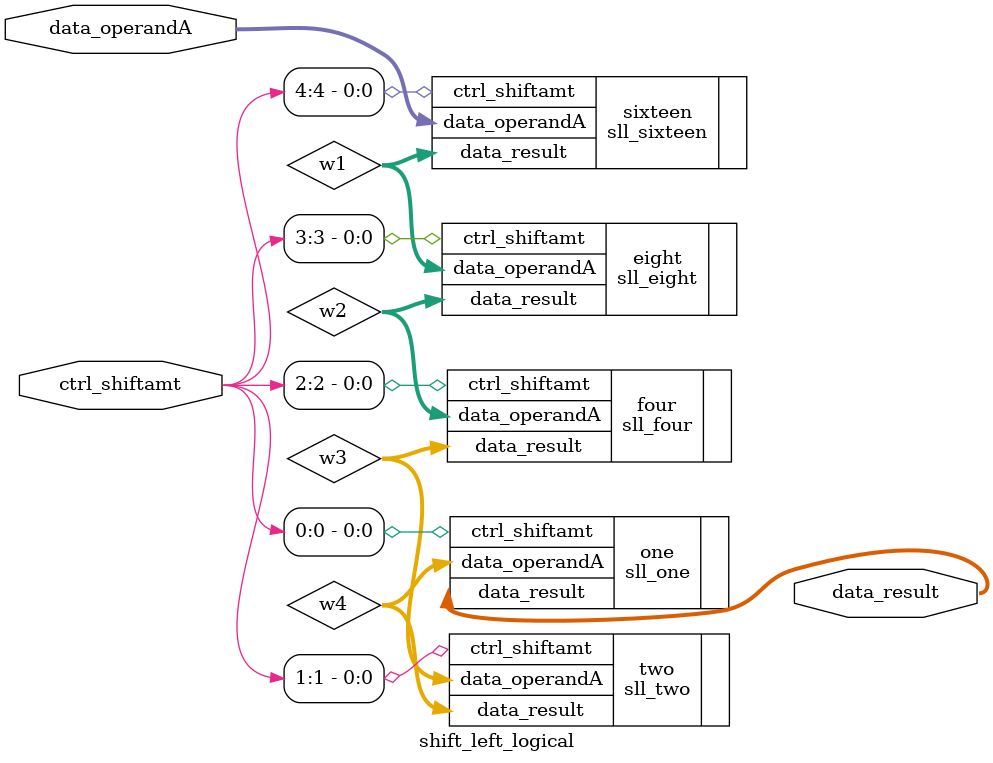
<source format=v>
module shift_left_logical(
    data_operandA, ctrl_shiftamt, data_result
);

    input [31:0] data_operandA;
    input [4:0] ctrl_shiftamt;
    output [31:0] data_result;

    wire [31:0] w1, w2, w3, w4;

    sll_sixteen sixteen(.data_result(w1), .ctrl_shiftamt(ctrl_shiftamt[4]), .data_operandA(data_operandA));
    sll_eight eight(.data_result(w2), .ctrl_shiftamt(ctrl_shiftamt[3]), .data_operandA(w1));
    sll_four four(.data_result(w3), .ctrl_shiftamt(ctrl_shiftamt[2]), .data_operandA(w2));
    sll_two two(.data_result(w4), .ctrl_shiftamt(ctrl_shiftamt[1]), .data_operandA(w3));
    sll_one one(.data_result(data_result), .ctrl_shiftamt(ctrl_shiftamt[0]), .data_operandA(w4));
    
endmodule
</source>
